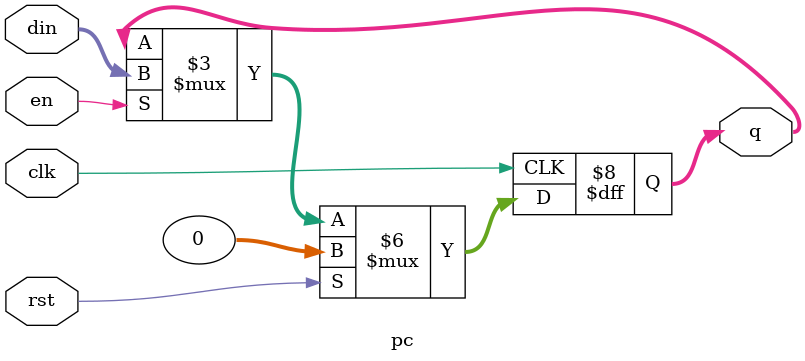
<source format=v>
`timescale 1ns / 1ps


module pc(
    input wire clk, rst, en,
    input wire [31:0] din,
    output reg[31:0] q
    );
    
    always @(posedge clk) begin
//        if(rst) q <= 32'b0;
        if (rst) begin
            q <= 32'b0;
        end
        else if (en) begin
            q <= din;
        end else begin
            q <= q;
        end
//        q <= din;
    end
endmodule

</source>
